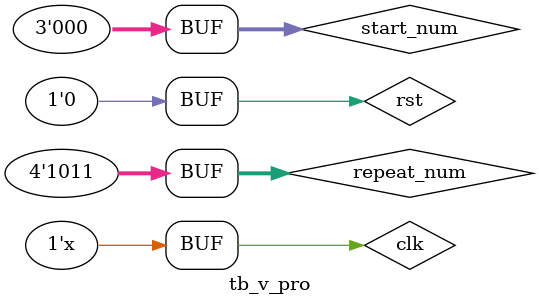
<source format=v>
`timescale 1ns / 1ps


module tb_v_pro(

    );
    
    reg clk, rst;
    reg [3:0] repeat_num;
    reg [2:0] start_num;
    
    Dedicate_Processor dut(
    .clk(clk),
    .rst(rst),
    .repeat_num(repeat_num),
    .start_num(start_num)
    );
    
    always #5 clk = ~clk;
    
    initial begin
        clk = 0;
        rst = 1;
        repeat_num = 0;
        start_num = 0;
        #10
        rst = 0;
        repeat_num = 11;
        start_num = 0;
    end
    
endmodule

</source>
